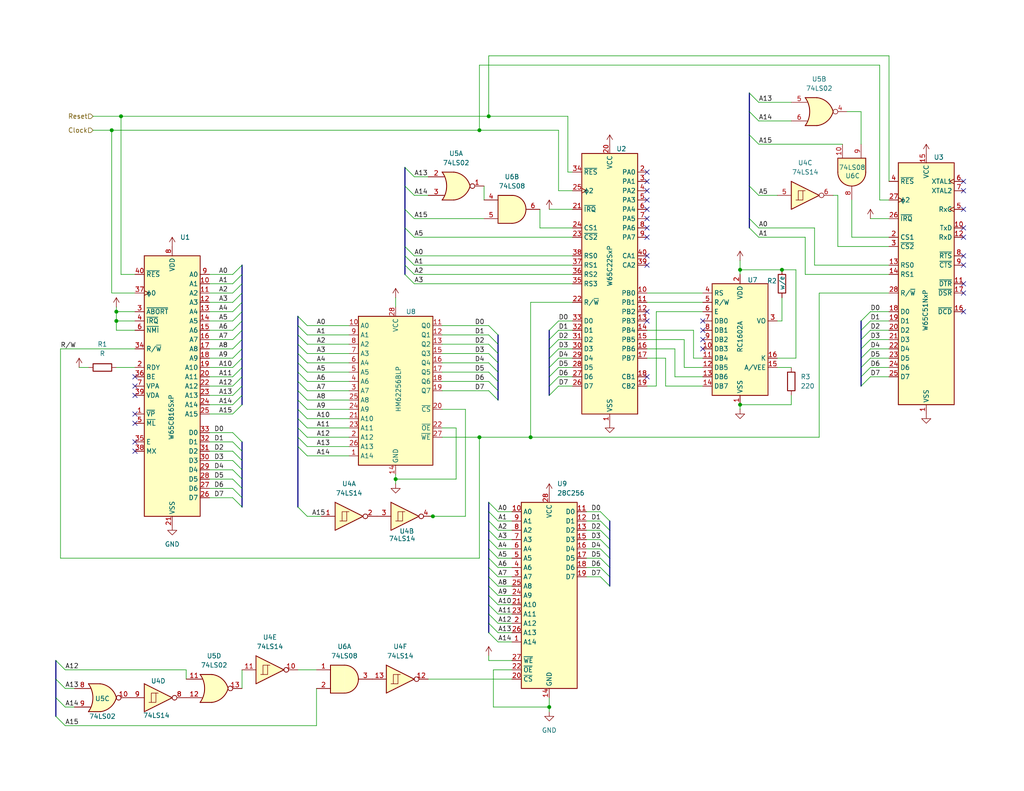
<source format=kicad_sch>
(kicad_sch (version 20250114) (generator "eeschema") (generator_version "9.0")
  (paper "USLetter")
  (title_block (title "65C816 Computer") (date "2025-08-15") (rev "2") (comment 1 "IRQ support TBA") (comment 2 "NAND? I don't know her."))
  (junction (at 213.36 73.66))
  (junction (at 201.93 73.66))
  (junction (at 149.86 193.04))
  (junction (at 144.78 119.38))
  (junction (at 31.75 87.63))
  (junction (at 33.02 31.75))
  (junction (at 130.81 119.38))
  (junction (at 130.81 35.56))
  (junction (at 107.95 130.81))
  (junction (at 118.11 140.97))
  (junction (at 31.75 85.09))
  (junction (at 30.48 35.56))
  (junction (at 133.35 31.75))
  (junction (at 201.93 110.49))
  (no_connect (at 176.53 69.85))
  (no_connect (at 262.89 57.15))
  (no_connect (at 36.83 113.03))
  (no_connect (at 262.89 85.09))
  (no_connect (at 191.77 87.63))
  (no_connect (at 262.89 69.85))
  (no_connect (at 191.77 95.25))
  (no_connect (at 262.89 80.01))
  (no_connect (at 36.83 115.57))
  (no_connect (at 176.53 57.15))
  (no_connect (at 176.53 54.61))
  (no_connect (at 262.89 62.23))
  (no_connect (at 176.53 59.69))
  (no_connect (at 262.89 64.77))
  (no_connect (at 191.77 90.17))
  (no_connect (at 176.53 72.39))
  (no_connect (at 176.53 52.07))
  (no_connect (at 262.89 49.53))
  (no_connect (at 36.83 102.87))
  (no_connect (at 176.53 49.53))
  (no_connect (at 176.53 85.09))
  (no_connect (at 36.83 120.65))
  (no_connect (at 176.53 46.99))
  (no_connect (at 191.77 92.71))
  (no_connect (at 262.89 52.07))
  (no_connect (at 36.83 123.19))
  (no_connect (at 262.89 77.47))
  (no_connect (at 176.53 64.77))
  (no_connect (at 176.53 87.63))
  (no_connect (at 262.89 72.39))
  (no_connect (at 176.53 62.23))
  (no_connect (at 36.83 105.41))
  (no_connect (at 176.53 102.87))
  (no_connect (at 36.83 107.95))
  (bus_entry (at 152.4 97.79) (size -2.54 2.54))
  (bus_entry (at 66.04 123.19) (size -2.54 -2.54))
  (bus_entry (at 135.89 96.52) (size -2.54 -2.54))
  (bus_entry (at 133.35 152.4) (size 2.54 2.54))
  (bus_entry (at 135.89 91.44) (size -2.54 -2.54))
  (bus_entry (at 234.95 92.71) (size 2.54 -2.54))
  (bus_entry (at 63.5 97.79) (size 2.54 -2.54))
  (bus_entry (at 234.95 90.17) (size 2.54 -2.54))
  (bus_entry (at 204.47 59.69) (size 2.54 2.54))
  (bus_entry (at 15.24 185.42) (size 2.54 2.54))
  (bus_entry (at 110.49 62.23) (size 2.54 2.54))
  (bus_entry (at 81.28 106.68) (size 2.54 2.54))
  (bus_entry (at 135.89 101.6) (size -2.54 -2.54))
  (bus_entry (at 204.47 62.23) (size 2.54 2.54))
  (bus_entry (at 152.4 92.71) (size -2.54 2.54))
  (bus_entry (at 110.49 57.15) (size 2.54 2.54))
  (bus_entry (at 204.47 50.8) (size 2.54 2.54))
  (bus_entry (at 135.89 106.68) (size -2.54 -2.54))
  (bus_entry (at 63.5 100.33) (size 2.54 -2.54))
  (bus_entry (at 110.49 69.85) (size 2.54 2.54))
  (bus_entry (at 81.28 86.36) (size 2.54 2.54))
  (bus_entry (at 133.35 147.32) (size 2.54 2.54))
  (bus_entry (at 110.49 74.93) (size 2.54 2.54))
  (bus_entry (at 234.95 102.87) (size 2.54 -2.54))
  (bus_entry (at 81.28 138.43) (size 2.54 2.54))
  (bus_entry (at 152.4 95.25) (size -2.54 2.54))
  (bus_entry (at 135.89 93.98) (size -2.54 -2.54))
  (bus_entry (at 204.47 30.48) (size 2.54 2.54))
  (bus_entry (at 66.04 138.43) (size -2.54 -2.54))
  (bus_entry (at 66.04 125.73) (size -2.54 -2.54))
  (bus_entry (at 133.35 154.94) (size 2.54 2.54))
  (bus_entry (at 110.49 45.72) (size 2.54 2.54))
  (bus_entry (at 204.47 25.4) (size 2.54 2.54))
  (bus_entry (at 133.35 137.16) (size 2.54 2.54))
  (bus_entry (at 63.5 113.03) (size 2.54 -2.54))
  (bus_entry (at 133.35 167.64) (size 2.54 2.54))
  (bus_entry (at 166.37 160.02) (size -2.54 -2.54))
  (bus_entry (at 166.37 144.78) (size -2.54 -2.54))
  (bus_entry (at 66.04 130.81) (size -2.54 -2.54))
  (bus_entry (at 81.28 114.3) (size 2.54 2.54))
  (bus_entry (at 152.4 105.41) (size -2.54 2.54))
  (bus_entry (at 81.28 93.98) (size 2.54 2.54))
  (bus_entry (at 152.4 102.87) (size -2.54 2.54))
  (bus_entry (at 63.5 102.87) (size 2.54 -2.54))
  (bus_entry (at 66.04 120.65) (size -2.54 -2.54))
  (bus_entry (at 63.5 82.55) (size 2.54 -2.54))
  (bus_entry (at 81.28 104.14) (size 2.54 2.54))
  (bus_entry (at 81.28 111.76) (size 2.54 2.54))
  (bus_entry (at 133.35 165.1) (size 2.54 2.54))
  (bus_entry (at 66.04 128.27) (size -2.54 -2.54))
  (bus_entry (at 234.95 87.63) (size 2.54 -2.54))
  (bus_entry (at 133.35 160.02) (size 2.54 2.54))
  (bus_entry (at 81.28 116.84) (size 2.54 2.54))
  (bus_entry (at 166.37 157.48) (size -2.54 -2.54))
  (bus_entry (at 63.5 87.63) (size 2.54 -2.54))
  (bus_entry (at 63.5 107.95) (size 2.54 -2.54))
  (bus_entry (at 133.35 162.56) (size 2.54 2.54))
  (bus_entry (at 133.35 139.7) (size 2.54 2.54))
  (bus_entry (at 166.37 142.24) (size -2.54 -2.54))
  (bus_entry (at 234.95 100.33) (size 2.54 -2.54))
  (bus_entry (at 81.28 99.06) (size 2.54 2.54))
  (bus_entry (at 81.28 109.22) (size 2.54 2.54))
  (bus_entry (at 152.4 87.63) (size -2.54 2.54))
  (bus_entry (at 166.37 152.4) (size -2.54 -2.54))
  (bus_entry (at 135.89 99.06) (size -2.54 -2.54))
  (bus_entry (at 133.35 157.48) (size 2.54 2.54))
  (bus_entry (at 63.5 80.01) (size 2.54 -2.54))
  (bus_entry (at 63.5 95.25) (size 2.54 -2.54))
  (bus_entry (at 133.35 149.86) (size 2.54 2.54))
  (bus_entry (at 133.35 142.24) (size 2.54 2.54))
  (bus_entry (at 81.28 121.92) (size 2.54 2.54))
  (bus_entry (at 81.28 88.9) (size 2.54 2.54))
  (bus_entry (at 133.35 170.18) (size 2.54 2.54))
  (bus_entry (at 63.5 90.17) (size 2.54 -2.54))
  (bus_entry (at 152.4 90.17) (size -2.54 2.54))
  (bus_entry (at 66.04 133.35) (size -2.54 -2.54))
  (bus_entry (at 110.49 67.31) (size 2.54 2.54))
  (bus_entry (at 15.24 180.34) (size 2.54 2.54))
  (bus_entry (at 66.04 135.89) (size -2.54 -2.54))
  (bus_entry (at 152.4 100.33) (size -2.54 2.54))
  (bus_entry (at 133.35 172.72) (size 2.54 2.54))
  (bus_entry (at 135.89 109.22) (size -2.54 -2.54))
  (bus_entry (at 204.47 36.83) (size 2.54 2.54))
  (bus_entry (at 234.95 95.25) (size 2.54 -2.54))
  (bus_entry (at 234.95 105.41) (size 2.54 -2.54))
  (bus_entry (at 135.89 104.14) (size -2.54 -2.54))
  (bus_entry (at 63.5 74.93) (size 2.54 -2.54))
  (bus_entry (at 15.24 190.5) (size 2.54 2.54))
  (bus_entry (at 110.49 72.39) (size 2.54 2.54))
  (bus_entry (at 133.35 144.78) (size 2.54 2.54))
  (bus_entry (at 81.28 101.6) (size 2.54 2.54))
  (bus_entry (at 15.24 195.58) (size 2.54 2.54))
  (bus_entry (at 81.28 96.52) (size 2.54 2.54))
  (bus_entry (at 81.28 119.38) (size 2.54 2.54))
  (bus_entry (at 81.28 91.44) (size 2.54 2.54))
  (bus_entry (at 166.37 154.94) (size -2.54 -2.54))
  (bus_entry (at 63.5 85.09) (size 2.54 -2.54))
  (bus_entry (at 63.5 77.47) (size 2.54 -2.54))
  (bus_entry (at 63.5 105.41) (size 2.54 -2.54))
  (bus_entry (at 110.49 50.8) (size 2.54 2.54))
  (bus_entry (at 63.5 110.49) (size 2.54 -2.54))
  (bus_entry (at 166.37 147.32) (size -2.54 -2.54))
  (bus_entry (at 166.37 149.86) (size -2.54 -2.54))
  (bus_entry (at 63.5 92.71) (size 2.54 -2.54))
  (bus_entry (at 234.95 97.79) (size 2.54 -2.54))
  (bus (pts (xy 166.37 152.4) (xy 166.37 154.94)))
  (wire (pts (xy 237.49 85.09) (xy 242.57 85.09)))
  (wire (pts (xy 201.93 71.12) (xy 201.93 73.66)))
  (wire (pts (xy 107.95 130.81) (xy 107.95 129.54)))
  (bus (pts (xy 149.86 90.17) (xy 149.86 92.71)))
  (wire (pts (xy 217.17 97.79) (xy 217.17 73.66)))
  (wire (pts (xy 207.01 39.37) (xy 229.87 39.37)))
  (bus (pts (xy 133.35 167.64) (xy 133.35 170.18)))
  (wire (pts (xy 242.57 59.69) (xy 237.49 59.69)))
  (bus (pts (xy 66.04 97.79) (xy 66.04 95.25)))
  (wire (pts (xy 25.4 35.56) (xy 30.48 35.56)))
  (wire (pts (xy 191.77 102.87) (xy 184.15 102.87)))
  (wire (pts (xy 147.32 57.15) (xy 147.32 62.23)))
  (wire (pts (xy 152.4 105.41) (xy 156.21 105.41)))
  (bus (pts (xy 81.28 104.14) (xy 81.28 101.6)))
  (wire (pts (xy 36.83 90.17) (xy 31.75 90.17)))
  (bus (pts (xy 149.86 100.33) (xy 149.86 102.87)))
  (bus (pts (xy 81.28 99.06) (xy 81.28 96.52)))
  (wire (pts (xy 213.36 73.66) (xy 217.17 73.66)))
  (wire (pts (xy 207.01 53.34) (xy 212.09 53.34)))
  (wire (pts (xy 83.82 93.98) (xy 95.25 93.98)))
  (bus (pts (xy 81.28 93.98) (xy 81.28 91.44)))
  (wire (pts (xy 83.82 91.44) (xy 95.25 91.44)))
  (wire (pts (xy 57.15 125.73) (xy 63.5 125.73)))
  (bus (pts (xy 135.89 106.68) (xy 135.89 109.22)))
  (wire (pts (xy 113.03 72.39) (xy 156.21 72.39)))
  (wire (pts (xy 156.21 64.77) (xy 113.03 64.77)))
  (bus (pts (xy 149.86 102.87) (xy 149.86 105.41)))
  (wire (pts (xy 113.03 53.34) (xy 116.84 53.34)))
  (wire (pts (xy 57.15 90.17) (xy 63.5 90.17)))
  (bus (pts (xy 204.47 50.8) (xy 204.47 59.69)))
  (bus (pts (xy 133.35 157.48) (xy 133.35 160.02)))
  (bus (pts (xy 133.35 154.94) (xy 133.35 157.48)))
  (wire (pts (xy 83.82 124.46) (xy 95.25 124.46)))
  (wire (pts (xy 201.93 73.66) (xy 213.36 73.66)))
  (wire (pts (xy 120.65 88.9) (xy 133.35 88.9)))
  (wire (pts (xy 133.35 180.34) (xy 133.35 179.07)))
  (wire (pts (xy 57.15 133.35) (xy 63.5 133.35)))
  (bus (pts (xy 81.28 121.92) (xy 81.28 119.38)))
  (bus (pts (xy 149.86 92.71) (xy 149.86 95.25)))
  (bus (pts (xy 66.04 85.09) (xy 66.04 82.55)))
  (bus (pts (xy 135.89 104.14) (xy 135.89 106.68)))
  (wire (pts (xy 228.6 67.31) (xy 242.57 67.31)))
  (bus (pts (xy 110.49 50.8) (xy 110.49 57.15)))
  (bus (pts (xy 110.49 45.72) (xy 110.49 50.8)))
  (bus (pts (xy 204.47 25.4) (xy 204.47 30.48)))
  (bus (pts (xy 66.04 95.25) (xy 66.04 92.71)))
  (wire (pts (xy 135.89 157.48) (xy 139.7 157.48)))
  (bus (pts (xy 81.28 138.43) (xy 81.28 121.92)))
  (bus (pts (xy 166.37 149.86) (xy 166.37 152.4)))
  (wire (pts (xy 228.6 53.34) (xy 228.6 67.31)))
  (wire (pts (xy 176.53 92.71) (xy 186.69 92.71)))
  (wire (pts (xy 139.7 182.88) (xy 134.62 182.88)))
  (wire (pts (xy 135.89 170.18) (xy 139.7 170.18)))
  (bus (pts (xy 149.86 105.41) (xy 149.86 107.95)))
  (wire (pts (xy 191.77 97.79) (xy 189.23 97.79)))
  (wire (pts (xy 57.15 102.87) (xy 63.5 102.87)))
  (bus (pts (xy 81.28 106.68) (xy 81.28 104.14)))
  (wire (pts (xy 234.95 30.48) (xy 234.95 39.37)))
  (wire (pts (xy 237.49 100.33) (xy 242.57 100.33)))
  (bus (pts (xy 149.86 95.25) (xy 149.86 97.79)))
  (wire (pts (xy 189.23 97.79) (xy 189.23 90.17)))
  (wire (pts (xy 120.65 99.06) (xy 133.35 99.06)))
  (wire (pts (xy 149.86 193.04) (xy 149.86 190.5)))
  (bus (pts (xy 135.89 101.6) (xy 135.89 104.14)))
  (wire (pts (xy 83.82 119.38) (xy 95.25 119.38)))
  (wire (pts (xy 50.8 185.42) (xy 50.8 182.88)))
  (wire (pts (xy 186.69 92.71) (xy 186.69 100.33)))
  (wire (pts (xy 83.82 96.52) (xy 95.25 96.52)))
  (wire (pts (xy 160.02 152.4) (xy 163.83 152.4)))
  (wire (pts (xy 144.78 82.55) (xy 144.78 119.38)))
  (bus (pts (xy 135.89 93.98) (xy 135.89 96.52)))
  (wire (pts (xy 113.03 74.93) (xy 156.21 74.93)))
  (wire (pts (xy 30.48 35.56) (xy 30.48 80.01)))
  (wire (pts (xy 31.75 87.63) (xy 31.75 85.09)))
  (wire (pts (xy 152.4 52.07) (xy 152.4 35.56)))
  (wire (pts (xy 36.83 85.09) (xy 31.75 85.09)))
  (bus (pts (xy 81.28 109.22) (xy 81.28 106.68)))
  (wire (pts (xy 57.15 130.81) (xy 63.5 130.81)))
  (wire (pts (xy 127 111.76) (xy 120.65 111.76)))
  (bus (pts (xy 15.24 185.42) (xy 15.24 190.5)))
  (wire (pts (xy 17.78 193.04) (xy 20.32 193.04)))
  (bus (pts (xy 166.37 157.48) (xy 166.37 160.02)))
  (wire (pts (xy 17.78 187.96) (xy 20.32 187.96)))
  (bus (pts (xy 66.04 130.81) (xy 66.04 133.35)))
  (wire (pts (xy 240.03 17.78) (xy 130.81 17.78)))
  (wire (pts (xy 113.03 59.69) (xy 132.08 59.69)))
  (wire (pts (xy 152.4 95.25) (xy 156.21 95.25)))
  (wire (pts (xy 160.02 157.48) (xy 163.83 157.48)))
  (wire (pts (xy 223.52 80.01) (xy 223.52 119.38)))
  (bus (pts (xy 110.49 69.85) (xy 110.49 67.31)))
  (wire (pts (xy 135.89 144.78) (xy 139.7 144.78)))
  (wire (pts (xy 219.71 64.77) (xy 207.01 64.77)))
  (bus (pts (xy 133.35 147.32) (xy 133.35 149.86)))
  (wire (pts (xy 135.89 160.02) (xy 139.7 160.02)))
  (wire (pts (xy 242.57 74.93) (xy 219.71 74.93)))
  (wire (pts (xy 135.89 154.94) (xy 139.7 154.94)))
  (wire (pts (xy 16.51 95.25) (xy 16.51 152.4)))
  (wire (pts (xy 179.07 105.41) (xy 176.53 105.41)))
  (wire (pts (xy 57.15 110.49) (xy 63.5 110.49)))
  (wire (pts (xy 135.89 172.72) (xy 139.7 172.72)))
  (bus (pts (xy 81.28 91.44) (xy 81.28 88.9)))
  (wire (pts (xy 57.15 120.65) (xy 63.5 120.65)))
  (wire (pts (xy 176.53 82.55) (xy 191.77 82.55)))
  (wire (pts (xy 134.62 193.04) (xy 149.86 193.04)))
  (wire (pts (xy 152.4 87.63) (xy 156.21 87.63)))
  (bus (pts (xy 166.37 144.78) (xy 166.37 147.32)))
  (wire (pts (xy 66.04 187.96) (xy 66.04 182.88)))
  (wire (pts (xy 160.02 144.78) (xy 163.83 144.78)))
  (bus (pts (xy 149.86 97.79) (xy 149.86 100.33)))
  (wire (pts (xy 57.15 100.33) (xy 63.5 100.33)))
  (wire (pts (xy 36.83 95.25) (xy 16.51 95.25)))
  (wire (pts (xy 215.9 107.95) (xy 215.9 110.49)))
  (bus (pts (xy 66.04 123.19) (xy 66.04 125.73)))
  (wire (pts (xy 83.82 99.06) (xy 95.25 99.06)))
  (wire (pts (xy 212.09 87.63) (xy 213.36 87.63)))
  (wire (pts (xy 160.02 147.32) (xy 163.83 147.32)))
  (bus (pts (xy 166.37 147.32) (xy 166.37 149.86)))
  (wire (pts (xy 31.75 100.33) (xy 36.83 100.33)))
  (wire (pts (xy 120.65 101.6) (xy 133.35 101.6)))
  (bus (pts (xy 110.49 57.15) (xy 110.49 62.23)))
  (wire (pts (xy 160.02 142.24) (xy 163.83 142.24)))
  (bus (pts (xy 234.95 102.87) (xy 234.95 105.41)))
  (bus (pts (xy 110.49 74.93) (xy 110.49 72.39)))
  (bus (pts (xy 81.28 101.6) (xy 81.28 99.06)))
  (wire (pts (xy 135.89 152.4) (xy 139.7 152.4)))
  (wire (pts (xy 234.95 30.48) (xy 231.14 30.48)))
  (wire (pts (xy 135.89 142.24) (xy 139.7 142.24)))
  (wire (pts (xy 57.15 82.55) (xy 63.5 82.55)))
  (wire (pts (xy 120.65 91.44) (xy 133.35 91.44)))
  (wire (pts (xy 113.03 69.85) (xy 156.21 69.85)))
  (wire (pts (xy 212.09 97.79) (xy 217.17 97.79)))
  (wire (pts (xy 83.82 106.68) (xy 95.25 106.68)))
  (wire (pts (xy 57.15 92.71) (xy 63.5 92.71)))
  (wire (pts (xy 135.89 147.32) (xy 139.7 147.32)))
  (wire (pts (xy 219.71 74.93) (xy 219.71 64.77)))
  (bus (pts (xy 234.95 97.79) (xy 234.95 100.33)))
  (wire (pts (xy 232.41 54.61) (xy 232.41 64.77)))
  (wire (pts (xy 133.35 31.75) (xy 154.94 31.75)))
  (bus (pts (xy 15.24 180.34) (xy 15.24 185.42)))
  (bus (pts (xy 133.35 160.02) (xy 133.35 162.56)))
  (wire (pts (xy 242.57 54.61) (xy 240.03 54.61)))
  (wire (pts (xy 156.21 82.55) (xy 144.78 82.55)))
  (wire (pts (xy 57.15 128.27) (xy 63.5 128.27)))
  (wire (pts (xy 57.15 95.25) (xy 63.5 95.25)))
  (wire (pts (xy 81.28 182.88) (xy 86.36 182.88)))
  (wire (pts (xy 181.61 105.41) (xy 191.77 105.41)))
  (wire (pts (xy 201.93 73.66) (xy 201.93 74.93)))
  (wire (pts (xy 181.61 97.79) (xy 181.61 105.41)))
  (bus (pts (xy 66.04 100.33) (xy 66.04 97.79)))
  (wire (pts (xy 113.03 77.47) (xy 156.21 77.47)))
  (wire (pts (xy 120.65 106.68) (xy 133.35 106.68)))
  (wire (pts (xy 57.15 74.93) (xy 63.5 74.93)))
  (bus (pts (xy 133.35 139.7) (xy 133.35 142.24)))
  (bus (pts (xy 66.04 120.65) (xy 66.04 123.19)))
  (wire (pts (xy 120.65 104.14) (xy 133.35 104.14)))
  (wire (pts (xy 242.57 49.53) (xy 242.57 15.24)))
  (wire (pts (xy 83.82 104.14) (xy 95.25 104.14)))
  (bus (pts (xy 135.89 91.44) (xy 135.89 93.98)))
  (wire (pts (xy 135.89 175.26) (xy 139.7 175.26)))
  (wire (pts (xy 201.93 111.76) (xy 201.93 110.49)))
  (wire (pts (xy 57.15 135.89) (xy 63.5 135.89)))
  (wire (pts (xy 222.25 62.23) (xy 207.01 62.23)))
  (wire (pts (xy 21.59 100.33) (xy 24.13 100.33)))
  (bus (pts (xy 133.35 165.1) (xy 133.35 167.64)))
  (bus (pts (xy 81.28 114.3) (xy 81.28 111.76)))
  (bus (pts (xy 133.35 152.4) (xy 133.35 154.94)))
  (wire (pts (xy 86.36 198.12) (xy 86.36 187.96)))
  (wire (pts (xy 135.89 149.86) (xy 139.7 149.86)))
  (bus (pts (xy 133.35 162.56) (xy 133.35 165.1)))
  (wire (pts (xy 57.15 97.79) (xy 63.5 97.79)))
  (wire (pts (xy 160.02 149.86) (xy 163.83 149.86)))
  (wire (pts (xy 118.11 140.97) (xy 127 140.97)))
  (wire (pts (xy 31.75 90.17) (xy 31.75 87.63)))
  (wire (pts (xy 57.15 77.47) (xy 63.5 77.47)))
  (wire (pts (xy 120.65 93.98) (xy 133.35 93.98)))
  (wire (pts (xy 31.75 85.09) (xy 31.75 83.82)))
  (wire (pts (xy 179.07 85.09) (xy 179.07 105.41)))
  (wire (pts (xy 116.84 185.42) (xy 139.7 185.42)))
  (bus (pts (xy 135.89 96.52) (xy 135.89 99.06)))
  (wire (pts (xy 152.4 90.17) (xy 156.21 90.17)))
  (bus (pts (xy 66.04 90.17) (xy 66.04 87.63)))
  (wire (pts (xy 83.82 111.76) (xy 95.25 111.76)))
  (bus (pts (xy 133.35 149.86) (xy 133.35 152.4)))
  (wire (pts (xy 83.82 121.92) (xy 95.25 121.92)))
  (wire (pts (xy 135.89 139.7) (xy 139.7 139.7)))
  (wire (pts (xy 36.83 87.63) (xy 31.75 87.63)))
  (wire (pts (xy 83.82 114.3) (xy 95.25 114.3)))
  (wire (pts (xy 83.82 88.9) (xy 95.25 88.9)))
  (wire (pts (xy 139.7 180.34) (xy 133.35 180.34)))
  (wire (pts (xy 113.03 48.26) (xy 116.84 48.26)))
  (wire (pts (xy 135.89 165.1) (xy 139.7 165.1)))
  (bus (pts (xy 66.04 133.35) (xy 66.04 135.89)))
  (bus (pts (xy 110.49 72.39) (xy 110.49 69.85)))
  (wire (pts (xy 130.81 119.38) (xy 130.81 152.4)))
  (bus (pts (xy 81.28 111.76) (xy 81.28 109.22)))
  (bus (pts (xy 133.35 170.18) (xy 133.35 172.72)))
  (wire (pts (xy 16.51 152.4) (xy 130.81 152.4)))
  (wire (pts (xy 25.4 31.75) (xy 33.02 31.75)))
  (wire (pts (xy 120.65 96.52) (xy 133.35 96.52)))
  (bus (pts (xy 66.04 102.87) (xy 66.04 100.33)))
  (wire (pts (xy 107.95 132.08) (xy 107.95 130.81)))
  (wire (pts (xy 33.02 31.75) (xy 133.35 31.75)))
  (wire (pts (xy 127 140.97) (xy 127 111.76)))
  (wire (pts (xy 152.4 97.79) (xy 156.21 97.79)))
  (wire (pts (xy 223.52 119.38) (xy 144.78 119.38)))
  (wire (pts (xy 17.78 198.12) (xy 86.36 198.12)))
  (bus (pts (xy 66.04 87.63) (xy 66.04 85.09)))
  (wire (pts (xy 228.6 53.34) (xy 227.33 53.34)))
  (wire (pts (xy 237.49 97.79) (xy 242.57 97.79)))
  (wire (pts (xy 237.49 102.87) (xy 242.57 102.87)))
  (wire (pts (xy 130.81 119.38) (xy 144.78 119.38)))
  (wire (pts (xy 33.02 74.93) (xy 36.83 74.93)))
  (wire (pts (xy 237.49 90.17) (xy 242.57 90.17)))
  (bus (pts (xy 66.04 80.01) (xy 66.04 77.47)))
  (bus (pts (xy 204.47 36.83) (xy 204.47 50.8)))
  (wire (pts (xy 57.15 118.11) (xy 63.5 118.11)))
  (wire (pts (xy 57.15 80.01) (xy 63.5 80.01)))
  (wire (pts (xy 201.93 110.49) (xy 215.9 110.49)))
  (wire (pts (xy 242.57 15.24) (xy 133.35 15.24)))
  (wire (pts (xy 130.81 35.56) (xy 152.4 35.56)))
  (bus (pts (xy 133.35 137.16) (xy 133.35 139.7)))
  (bus (pts (xy 234.95 100.33) (xy 234.95 102.87)))
  (wire (pts (xy 160.02 154.94) (xy 163.83 154.94)))
  (bus (pts (xy 166.37 142.24) (xy 166.37 144.78)))
  (wire (pts (xy 207.01 33.02) (xy 215.9 33.02)))
  (bus (pts (xy 66.04 128.27) (xy 66.04 130.81)))
  (wire (pts (xy 83.82 109.22) (xy 95.25 109.22)))
  (wire (pts (xy 240.03 54.61) (xy 240.03 17.78)))
  (wire (pts (xy 152.4 92.71) (xy 156.21 92.71)))
  (wire (pts (xy 149.86 194.31) (xy 149.86 193.04)))
  (wire (pts (xy 33.02 31.75) (xy 33.02 74.93)))
  (bus (pts (xy 66.04 77.47) (xy 66.04 74.93)))
  (wire (pts (xy 237.49 95.25) (xy 242.57 95.25)))
  (wire (pts (xy 242.57 72.39) (xy 222.25 72.39)))
  (wire (pts (xy 124.46 116.84) (xy 124.46 130.81)))
  (bus (pts (xy 133.35 142.24) (xy 133.35 144.78)))
  (wire (pts (xy 83.82 140.97) (xy 87.63 140.97)))
  (bus (pts (xy 81.28 88.9) (xy 81.28 86.36)))
  (bus (pts (xy 234.95 90.17) (xy 234.95 92.71)))
  (wire (pts (xy 132.08 50.8) (xy 132.08 54.61)))
  (bus (pts (xy 204.47 30.48) (xy 204.47 36.83)))
  (bus (pts (xy 81.28 116.84) (xy 81.28 114.3)))
  (bus (pts (xy 135.89 99.06) (xy 135.89 101.6)))
  (wire (pts (xy 156.21 57.15) (xy 149.86 57.15)))
  (bus (pts (xy 81.28 96.52) (xy 81.28 93.98)))
  (wire (pts (xy 135.89 162.56) (xy 139.7 162.56)))
  (wire (pts (xy 160.02 139.7) (xy 163.83 139.7)))
  (wire (pts (xy 152.4 102.87) (xy 156.21 102.87)))
  (wire (pts (xy 237.49 92.71) (xy 242.57 92.71)))
  (wire (pts (xy 30.48 35.56) (xy 130.81 35.56)))
  (bus (pts (xy 81.28 119.38) (xy 81.28 116.84)))
  (bus (pts (xy 110.49 67.31) (xy 110.49 62.23)))
  (wire (pts (xy 57.15 123.19) (xy 63.5 123.19)))
  (bus (pts (xy 66.04 135.89) (xy 66.04 138.43)))
  (wire (pts (xy 213.36 87.63) (xy 213.36 81.28)))
  (wire (pts (xy 222.25 72.39) (xy 222.25 62.23)))
  (wire (pts (xy 135.89 167.64) (xy 139.7 167.64)))
  (wire (pts (xy 107.95 83.82) (xy 107.95 81.28)))
  (wire (pts (xy 191.77 85.09) (xy 179.07 85.09)))
  (wire (pts (xy 120.65 119.38) (xy 130.81 119.38)))
  (wire (pts (xy 134.62 182.88) (xy 134.62 193.04)))
  (wire (pts (xy 207.01 27.94) (xy 215.9 27.94)))
  (bus (pts (xy 66.04 125.73) (xy 66.04 128.27)))
  (wire (pts (xy 147.32 62.23) (xy 156.21 62.23)))
  (wire (pts (xy 152.4 100.33) (xy 156.21 100.33)))
  (bus (pts (xy 166.37 154.94) (xy 166.37 157.48)))
  (bus (pts (xy 66.04 82.55) (xy 66.04 80.01)))
  (wire (pts (xy 57.15 113.03) (xy 63.5 113.03)))
  (wire (pts (xy 184.15 102.87) (xy 184.15 95.25)))
  (wire (pts (xy 176.53 80.01) (xy 191.77 80.01)))
  (wire (pts (xy 30.48 80.01) (xy 36.83 80.01)))
  (wire (pts (xy 57.15 107.95) (xy 63.5 107.95)))
  (wire (pts (xy 176.53 97.79) (xy 181.61 97.79)))
  (bus (pts (xy 204.47 59.69) (xy 204.47 62.23)))
  (wire (pts (xy 242.57 80.01) (xy 223.52 80.01)))
  (bus (pts (xy 66.04 92.71) (xy 66.04 90.17)))
  (bus (pts (xy 66.04 107.95) (xy 66.04 105.41)))
  (bus (pts (xy 234.95 95.25) (xy 234.95 97.79)))
  (wire (pts (xy 57.15 105.41) (xy 63.5 105.41)))
  (bus (pts (xy 15.24 190.5) (xy 15.24 195.58)))
  (wire (pts (xy 130.81 17.78) (xy 130.81 35.56)))
  (wire (pts (xy 186.69 100.33) (xy 191.77 100.33)))
  (wire (pts (xy 156.21 52.07) (xy 152.4 52.07)))
  (bus (pts (xy 66.04 110.49) (xy 66.04 107.95)))
  (bus (pts (xy 66.04 105.41) (xy 66.04 102.87)))
  (bus (pts (xy 234.95 87.63) (xy 234.95 90.17)))
  (wire (pts (xy 237.49 87.63) (xy 242.57 87.63)))
  (wire (pts (xy 83.82 116.84) (xy 95.25 116.84)))
  (wire (pts (xy 154.94 46.99) (xy 154.94 31.75)))
  (wire (pts (xy 57.15 85.09) (xy 63.5 85.09)))
  (wire (pts (xy 124.46 130.81) (xy 107.95 130.81)))
  (wire (pts (xy 116.84 140.97) (xy 118.11 140.97)))
  (bus (pts (xy 66.04 74.93) (xy 66.04 72.39)))
  (wire (pts (xy 232.41 64.77) (xy 242.57 64.77)))
  (wire (pts (xy 189.23 90.17) (xy 176.53 90.17)))
  (bus (pts (xy 234.95 92.71) (xy 234.95 95.25)))
  (wire (pts (xy 212.09 100.33) (xy 215.9 100.33)))
  (wire (pts (xy 133.35 15.24) (xy 133.35 31.75)))
  (bus (pts (xy 133.35 144.78) (xy 133.35 147.32)))
  (wire (pts (xy 17.78 182.88) (xy 50.8 182.88)))
  (wire (pts (xy 83.82 101.6) (xy 95.25 101.6)))
  (wire (pts (xy 184.15 95.25) (xy 176.53 95.25)))
  (wire (pts (xy 156.21 46.99) (xy 154.94 46.99)))
  (wire (pts (xy 120.65 116.84) (xy 124.46 116.84)))
  (wire (pts (xy 57.15 87.63) (xy 63.5 87.63)))
  (label "A6" (at 135.89 154.94 0))
  (label "A10" (at 135.89 165.1 0))
  (label "A15" (at 59.69 113.03 0))
  (label "D0" (at 237.49 85.09 0))
  (label "A10" (at 86.36 114.3 0))
  (label "A14" (at 17.78 193.04 0))
  (label "D7" (at 237.49 102.87 0))
  (label "A1" (at 207.01 64.77 0))
  (label "D2" (at 58.42 123.19 0))
  (label "D1" (at 58.42 120.65 0))
  (label "A7" (at 59.69 92.71 0))
  (label "D5" (at 129.54 101.6 0))
  (label "A0" (at 135.89 139.7 0))
  (label "A4" (at 135.89 149.86 0))
  (label "D3" (at 58.42 125.73 0))
  (label "A1" (at 86.36 91.44 0))
  (label "A4" (at 86.36 99.06 0))
  (label "A15" (at 17.78 198.12 0))
  (label "D6" (at 129.54 104.14 0))
  (label "A2" (at 86.36 93.98 0))
  (label "D4" (at 237.49 95.25 0))
  (label "A4" (at 59.69 85.09 0))
  (label "A13" (at 113.03 48.26 0))
  (label "D4" (at 129.54 99.06 0))
  (label "A14" (at 135.89 175.26 0))
  (label "D7" (at 58.42 135.89 0))
  (label "A15" (at 113.03 59.69 0))
  (label "A8" (at 86.36 109.22 0))
  (label "A13" (at 59.69 107.95 0))
  (label "A14" (at 86.36 124.46 0))
  (label "D6" (at 161.29 154.94 0))
  (label "D3" (at 152.4 95.25 0))
  (label "D6" (at 237.49 100.33 0))
  (label "A12" (at 17.78 182.88 0))
  (label "A9" (at 135.89 162.56 0))
  (label "D3" (at 237.49 92.71 0))
  (label "D6" (at 152.4 102.87 0))
  (label "D1" (at 152.4 90.17 0))
  (label "A5" (at 113.03 64.77 0))
  (label "A3" (at 59.69 82.55 0))
  (label "D4" (at 161.29 149.86 0))
  (label "D6" (at 58.42 133.35 0))
  (label "A10" (at 59.69 100.33 0))
  (label "D2" (at 161.29 144.78 0))
  (label "A12" (at 135.89 170.18 0))
  (label "A8" (at 59.69 95.25 0))
  (label "A3" (at 135.89 147.32 0))
  (label "A7" (at 135.89 157.48 0))
  (label "A11" (at 86.36 116.84 0))
  (label "A7" (at 86.36 106.68 0))
  (label "R{slash}W" (at 16.51 95.25 0))
  (label "D0" (at 152.4 87.63 0))
  (label "A15" (at 207.01 39.37 0))
  (label "A14" (at 59.69 110.49 0))
  (label "A8" (at 135.89 160.02 0))
  (label "D1" (at 237.49 87.63 0))
  (label "D2" (at 152.4 92.71 0))
  (label "D5" (at 161.29 152.4 0))
  (label "A2" (at 135.89 144.78 0))
  (label "A0" (at 86.36 88.9 0))
  (label "D2" (at 237.49 90.17 0))
  (label "A5" (at 86.36 101.6 0))
  (label "A0" (at 59.69 74.93 0))
  (label "A9" (at 86.36 111.76 0))
  (label "A0" (at 207.01 62.23 0))
  (label "A6" (at 59.69 90.17 0))
  (label "A13" (at 17.78 187.96 0))
  (label "A5" (at 207.01 53.34 0))
  (label "D0" (at 58.42 118.11 0))
  (label "A2" (at 59.69 80.01 0))
  (label "A2" (at 113.03 74.93 0))
  (label "D3" (at 161.29 147.32 0))
  (label "A1" (at 113.03 72.39 0))
  (label "A12" (at 86.36 119.38 0))
  (label "A1" (at 135.89 142.24 0))
  (label "A3" (at 86.36 96.52 0))
  (label "D5" (at 58.42 130.81 0))
  (label "A11" (at 135.89 167.64 0))
  (label "D5" (at 237.49 97.79 0))
  (label "A11" (at 59.69 102.87 0))
  (label "A6" (at 86.36 104.14 0))
  (label "A5" (at 135.89 152.4 0))
  (label "D0" (at 129.54 88.9 0))
  (label "A14" (at 113.03 53.34 0))
  (label "A13" (at 135.89 172.72 0))
  (label "A14" (at 207.01 33.02 0))
  (label "D0" (at 161.29 139.7 0))
  (label "A5" (at 59.69 87.63 0))
  (label "D1" (at 129.54 91.44 0))
  (label "A12" (at 59.69 105.41 0))
  (label "D7" (at 161.29 157.48 0))
  (label "D2" (at 129.54 93.98 0))
  (label "A0" (at 113.03 69.85 0))
  (label "A1" (at 59.69 77.47 0))
  (label "D3" (at 129.54 96.52 0))
  (label "D4" (at 58.42 128.27 0))
  (label "D7" (at 152.4 105.41 0))
  (label "A3" (at 113.03 77.47 0))
  (label "D7" (at 129.54 106.68 0))
  (label "A13" (at 86.36 121.92 0))
  (label "A13" (at 207.01 27.94 0))
  (label "D5" (at 152.4 100.33 0))
  (label "A9" (at 59.69 97.79 0))
  (label "A15" (at 85.09 140.97 0))
  (label "D4" (at 152.4 97.79 0))
  (label "D1" (at 161.29 142.24 0))
  (hierarchical_label "Reset" (shape input) (at 25.4 31.75 180))
  (hierarchical_label "Clock" (shape input) (at 25.4 35.56 180))
  (symbol (lib_id "power:+5V") (at 31.75 83.82 0) (unit 1)
    (property "Reference" "#PWR014" (effects (hide yes)))
    (property "Value" "+5V" (effects (hide yes)))
    (property "Description" "Power symbol creates a global label with name \"+5V\"" (effects (hide yes)))
  )
  (symbol (lib_id "Memory_RAM:HM62256BLP") (at 107.95 106.68 0) (unit 1)
    (property "Reference" "U8" (at 110.744 85.09 0) (effects (justify left)))
    (property "Value" "HM62256BLP" (at 108.712 112.522 90) (effects (justify left)))
    (property "Footprint" "Package_DIP:DIP-28_W15.24mm" (effects (hide yes)))
    (property "Datasheet" "https://web.mit.edu/6.115/www/document/62256.pdf" (effects (hide yes)))
    (property "Description" "32,768-word × 8-bit High Speed CMOS Static RAM, 70ns, DIP-28" (effects (hide yes)))
  )
  (symbol (lib_id "PCM_65xx-library:W65C816SxP") (at 46.99 105.41 0) (unit 1)
    (property "Reference" "U1" (at 49.1333 64.77 0) (effects (justify left)))
    (property "Value" "W65C816SxP" (at 46.736 120.142 90) (effects (justify left)))
    (property "Footprint" "Package_DIP:DIP-40_W15.24mm" (effects (hide yes)))
    (property "Datasheet" "http://www.westerndesigncenter.com/wdc/documentation/w65c816s.pdf" (effects (hide yes)))
    (property "Description" "8/16-bit CMOS General Purpose Microprocessor, DIP-40" (effects (hide yes)))
  )
  (symbol (lib_id "power:GND") (at 201.93 111.76 0) (unit 1)
    (property "Reference" "#PWR08" (effects (hide yes)))
    (property "Value" "GND" (effects (hide yes)))
    (property "Description" "Power symbol creates a global label with name \"GND\" , ground" (effects (hide yes)))
  )
  (symbol (lib_id "power:GND") (at 46.99 143.51 0) (unit 1)
    (property "Reference" "#PWR013" (effects (hide yes)))
    (property "Value" "GND" (at 46.99 148.59 0))
    (property "Description" "Power symbol creates a global label with name \"GND\" , ground" (effects (hide yes)))
  )
  (symbol (lib_id "power:+5V") (at 21.59 100.33 0) (unit 1)
    (property "Reference" "#PWR01" (effects (hide yes)))
    (property "Value" "+5V" (effects (hide yes)))
    (property "Description" "Power symbol creates a global label with name \"+5V\"" (effects (hide yes)))
  )
  (symbol (lib_id "74xx:74LS08") (at 139.7 57.15 0) (unit 2)
    (property "Reference" "U6" (at 139.6917 48.26 0))
    (property "Value" "74LS08" (at 139.6917 50.8 0))
    (property "Datasheet" "http://www.ti.com/lit/gpn/sn74LS08" (effects (hide yes)))
    (property "Description" "Quad And2" (effects (hide yes)))
  )
  (symbol (lib_id "74xx:74LS08") (at 93.98 185.42 0) (unit 1)
    (property "Reference" "U6" (at 93.9717 176.53 0))
    (property "Value" "74LS08" (at 93.9717 179.07 0))
    (property "Datasheet" "http://www.ti.com/lit/gpn/sn74LS08" (effects (hide yes)))
    (property "Description" "Quad And2" (effects (hide yes)))
  )
  (symbol (lib_id "74xx:74LS08") (at 232.41 46.99 270) (unit 3)
    (property "Reference" "U6" (at 230.632 48.006 90) (effects (justify left)))
    (property "Value" "74LS08" (at 228.854 45.72 90) (effects (justify left)))
    (property "Datasheet" "http://www.ti.com/lit/gpn/sn74LS08" (effects (hide yes)))
    (property "Description" "Quad And2" (effects (hide yes)))
  )
  (symbol (lib_id "Device:R") (at 215.9 104.14 0) (unit 1)
    (property "Reference" "R3" (at 218.44 102.8699 0) (effects (justify left)))
    (property "Value" "220" (at 218.44 105.4099 0) (effects (justify left)))
    (property "Description" "Resistor" (effects (hide yes)))
  )
  (symbol (lib_id "power:+5V") (at 252.73 41.91 0) (unit 1)
    (property "Reference" "#PWR06" (effects (hide yes)))
    (property "Value" "+5V" (effects (hide yes)))
    (property "Description" "Power symbol creates a global label with name \"+5V\"" (effects (hide yes)))
  )
  (symbol (lib_id "PCM_65xx-library:W65C51NxP") (at 252.73 77.47 0) (unit 1)
    (property "Reference" "U3" (at 254.762 42.926 0) (effects (justify left)))
    (property "Value" "W65C51NxP" (at 252.476 90.424 90) (effects (justify left)))
    (property "Footprint" "Package_DIP:DIP-28_W15.24mm" (effects (hide yes)))
    (property "Datasheet" "http://www.westerndesigncenter.com/wdc/documentation/w65c51n.pdf" (effects (hide yes)))
    (property "Description" "CMOS Asynchronous Communication Interface Adapter (ACIA), Serial UART, DIP-28" (effects (hide yes)))
  )
  (symbol (lib_id "Memory_EEPROM:28C256") (at 149.86 162.56 0) (unit 1)
    (property "Reference" "U9" (at 152.0033 132.08 0) (effects (justify left)))
    (property "Value" "28C256" (at 152.0033 134.62 0) (effects (justify left)))
    (property "Datasheet" "http://ww1.microchip.com/downloads/en/DeviceDoc/doc0006.pdf" (effects (hide yes)))
    (property "Description" "Paged Parallel EEPROM 256Kb (32K x 8), DIP-28/SOIC-28" (effects (hide yes)))
  )
  (symbol (lib_id "power:+5V") (at 149.86 57.15 0) (unit 1)
    (property "Reference" "#PWR017" (effects (hide yes)))
    (property "Value" "+5V" (effects (hide yes)))
    (property "Description" "Power symbol creates a global label with name \"+5V\"" (effects (hide yes)))
  )
  (symbol (lib_id "74xx:74LS14") (at 110.49 140.97 0) (unit 2)
    (property "Reference" "U4" (at 110.998 145.034 0))
    (property "Value" "74LS14" (at 109.728 147.066 0))
    (property "Datasheet" "http://www.ti.com/lit/gpn/sn74LS14" (effects (hide yes)))
    (property "Description" "Hex inverter schmitt trigger" (effects (hide yes)))
  )
  (symbol (lib_id "74xx:74LS14") (at 95.25 140.97 0) (unit 1)
    (property "Reference" "U4" (at 95.25 132.08 0))
    (property "Value" "74LS14" (at 95.25 134.62 0))
    (property "Datasheet" "http://www.ti.com/lit/gpn/sn74LS14" (effects (hide yes)))
    (property "Description" "Hex inverter schmitt trigger" (effects (hide yes)))
  )
  (symbol (lib_id "74xx:74LS14") (at 219.71 53.34 0) (unit 3)
    (property "Reference" "U4" (at 219.71 44.45 0))
    (property "Value" "74LS14" (at 219.71 46.99 0))
    (property "Datasheet" "http://www.ti.com/lit/gpn/sn74LS14" (effects (hide yes)))
    (property "Description" "Hex inverter schmitt trigger" (effects (hide yes)))
  )
  (symbol (lib_id "74xx:74LS14") (at 43.18 190.5 0) (unit 4)
    (property "Reference" "U4" (at 43.18 185.928 0))
    (property "Value" "74LS14" (at 42.672 195.326 0))
    (property "Datasheet" "http://www.ti.com/lit/gpn/sn74LS14" (effects (hide yes)))
    (property "Description" "Hex inverter schmitt trigger" (effects (hide yes)))
  )
  (symbol (lib_id "74xx:74LS14") (at 73.66 182.88 0) (unit 5)
    (property "Reference" "U4" (at 73.66 173.99 0))
    (property "Value" "74LS14" (at 73.66 176.53 0))
    (property "Datasheet" "http://www.ti.com/lit/gpn/sn74LS14" (effects (hide yes)))
    (property "Description" "Hex inverter schmitt trigger" (effects (hide yes)))
  )
  (symbol (lib_id "74xx:74LS14") (at 109.22 185.42 0) (unit 6)
    (property "Reference" "U4" (at 109.22 176.53 0))
    (property "Value" "74LS14" (at 109.22 179.07 0))
    (property "Datasheet" "http://www.ti.com/lit/gpn/sn74LS14" (effects (hide yes)))
    (property "Description" "Hex inverter schmitt trigger" (effects (hide yes)))
  )
  (symbol (lib_id "Display_Character:RC1602A") (at 201.93 92.71 0) (unit 1)
    (property "Reference" "U7" (at 203.962 76.454 0) (effects (justify left)))
    (property "Value" "RC1602A" (at 201.93 96.266 90) (effects (justify left)))
    (property "Footprint" "Display:RC1602A" (effects (hide yes)))
    (property "Datasheet" "http://www.raystar-optronics.com/down.php?ProID=18" (effects (hide yes)))
    (property "Description" "LCD 16x2 Alphanumeric gray backlight, 3 or 5V VDD" (effects (hide yes)))
  )
  (symbol (lib_id "power:+5V") (at 166.37 39.37 0) (unit 1)
    (property "Reference" "#PWR03" (effects (hide yes)))
    (property "Value" "+5V" (effects (hide yes)))
    (property "Description" "Power symbol creates a global label with name \"+5V\"" (effects (hide yes)))
  )
  (symbol (lib_id "power:+5V") (at 149.86 134.62 0) (unit 1)
    (property "Reference" "#PWR05" (effects (hide yes)))
    (property "Value" "+5V" (effects (hide yes)))
    (property "Description" "Power symbol creates a global label with name \"+5V\"" (effects (hide yes)))
  )
  (symbol (lib_id "power:GND") (at 166.37 115.57 0) (unit 1)
    (property "Reference" "#PWR012" (effects (hide yes)))
    (property "Value" "GND" (effects (hide yes)))
    (property "Description" "Power symbol creates a global label with name \"GND\" , ground" (effects (hide yes)))
  )
  (symbol (lib_id "power:+5V") (at 201.93 71.12 0) (unit 1)
    (property "Reference" "#PWR07" (effects (hide yes)))
    (property "Value" "+5V" (effects (hide yes)))
    (property "Description" "Power symbol creates a global label with name \"+5V\"" (effects (hide yes)))
  )
  (symbol (lib_id "power:+5V") (at 107.95 81.28 0) (unit 1)
    (property "Reference" "#PWR04" (effects (hide yes)))
    (property "Value" "+5V" (effects (hide yes)))
    (property "Description" "Power symbol creates a global label with name \"+5V\"" (effects (hide yes)))
  )
  (symbol (lib_id "power:+5V") (at 46.99 67.31 0) (unit 1)
    (property "Reference" "#PWR02" (effects (hide yes)))
    (property "Value" "+5V" (effects (hide yes)))
    (property "Description" "Power symbol creates a global label with name \"+5V\"" (effects (hide yes)))
  )
  (symbol (lib_id "Device:R") (at 213.36 77.47 0) (unit 1)
    (property "Reference" "R2" (at 209.296 76.708 0) (effects (justify left)))
    (property "Value" "w/e" (at 213.36 79.248 90) (effects (justify left)))
    (property "Description" "Resistor" (effects (hide yes)))
  )
  (symbol (lib_id "Device:R") (at 27.94 100.33 90) (unit 1)
    (property "Reference" "R1" (at 27.94 93.98 90))
    (property "Value" "R" (at 27.94 96.52 90))
    (property "Description" "Resistor" (effects (hide yes)))
  )
  (symbol (lib_id "power:GND") (at 252.73 113.03 0) (unit 1)
    (property "Reference" "#PWR011" (effects (hide yes)))
    (property "Value" "GND" (effects (hide yes)))
    (property "Description" "Power symbol creates a global label with name \"GND\" , ground" (effects (hide yes)))
  )
  (symbol (lib_id "power:+5V") (at 237.49 59.69 0) (unit 1)
    (property "Reference" "#PWR016" (effects (hide yes)))
    (property "Value" "+5V" (effects (hide yes)))
    (property "Description" "Power symbol creates a global label with name \"+5V\"" (effects (hide yes)))
  )
  (symbol (lib_id "power:GND") (at 107.95 132.08 0) (unit 1)
    (property "Reference" "#PWR09" (effects (hide yes)))
    (property "Value" "GND" (effects (hide yes)))
    (property "Description" "Power symbol creates a global label with name \"GND\" , ground" (effects (hide yes)))
  )
  (symbol (lib_id "power:GND") (at 149.86 194.31 0) (unit 1)
    (property "Reference" "#PWR010" (effects (hide yes)))
    (property "Value" "GND" (at 149.86 199.39 0))
    (property "Description" "Power symbol creates a global label with name \"GND\" , ground" (effects (hide yes)))
  )
  (symbol (lib_id "74xx:74LS02") (at 124.46 50.8 0) (unit 1)
    (property "Reference" "U5" (at 124.46 41.91 0))
    (property "Value" "74LS02" (at 124.46 44.45 0))
    (property "Datasheet" "http://www.ti.com/lit/gpn/sn74ls02" (effects (hide yes)))
    (property "Description" "quad 2-input NOR gate" (effects (hide yes)))
  )
  (symbol (lib_id "74xx:74LS02") (at 27.94 190.5 0) (unit 3)
    (property "Reference" "U5" (at 27.94 190.754 0))
    (property "Value" "74LS02" (at 27.94 195.58 0))
    (property "Datasheet" "http://www.ti.com/lit/gpn/sn74ls02" (effects (hide yes)))
    (property "Description" "quad 2-input NOR gate" (effects (hide yes)))
  )
  (symbol (lib_id "74xx:74LS02") (at 58.42 187.96 0) (unit 4)
    (property "Reference" "U5" (at 58.42 179.07 0))
    (property "Value" "74LS02" (at 58.42 181.61 0))
    (property "Datasheet" "http://www.ti.com/lit/gpn/sn74ls02" (effects (hide yes)))
    (property "Description" "quad 2-input NOR gate" (effects (hide yes)))
  )
  (symbol (lib_id "74xx:74LS02") (at 223.52 30.48 0) (unit 2)
    (property "Reference" "U5" (at 223.52 21.59 0))
    (property "Value" "74LS02" (at 223.52 24.13 0))
    (property "Datasheet" "http://www.ti.com/lit/gpn/sn74ls02" (effects (hide yes)))
    (property "Description" "quad 2-input NOR gate" (effects (hide yes)))
  )
  (symbol (lib_id "power:+5V") (at 133.35 179.07 0) (unit 1)
    (property "Reference" "#PWR015" (effects (hide yes)))
    (property "Value" "+5V" (effects (hide yes)))
    (property "Description" "Power symbol creates a global label with name \"+5V\"" (effects (hide yes)))
  )
  (symbol (lib_id "PCM_65xx-library:W65C22SxP") (at 166.37 77.47 0) (unit 1)
    (property "Reference" "U2" (at 168.148 40.64 0) (effects (justify left)))
    (property "Value" "W65C22SxP" (at 166.37 78.232 90) (effects (justify left)))
    (property "Footprint" "Package_DIP:DIP-40_W15.24mm" (effects (hide yes)))
    (property "Datasheet" "http://www.westerndesigncenter.com/wdc/documentation/w65c22.pdf" (effects (hide yes)))
    (property "Description" "CMOS Versatile Interface Adapter (VIA), 20-pin I/O, 2 Timer/Counters, DIP-40" (effects (hide yes)))
  )
  (sheet (at 8.89 242.57) (size 144.78 104.14) (stroke (width 0.1524))
    (property "Sheetname" "Clock Module" (at 8.89 241.8584 0) (effects (justify left bottom)))
    (property "Sheetfile" "clock.kicad_sch" (at 8.89 347.2946 0) (effects (justify left top)))
  )
)
</source>
